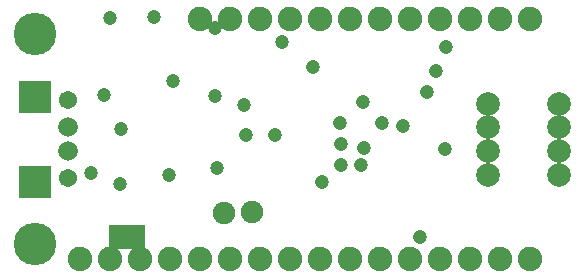
<source format=gbr>
G04 #@! TF.FileFunction,Soldermask,Bot*
%FSLAX46Y46*%
G04 Gerber Fmt 4.6, Leading zero omitted, Abs format (unit mm)*
G04 Created by KiCad (PCBNEW 4.0.6) date Monday, September 17, 2018 'PMt' 12:21:56 PM*
%MOMM*%
%LPD*%
G01*
G04 APERTURE LIST*
%ADD10C,0.100000*%
%ADD11C,3.600000*%
%ADD12R,2.813000X2.813000*%
%ADD13C,1.543000*%
%ADD14C,2.076400*%
%ADD15C,1.900000*%
%ADD16R,1.568400X2.000200*%
%ADD17R,1.035000X0.603200*%
%ADD18C,1.670000*%
%ADD19C,1.200100*%
%ADD20C,1.206400*%
%ADD21C,2.000000*%
G04 APERTURE END LIST*
D10*
G36*
X134721600Y-112560100D02*
X132181600Y-112560100D01*
X132181600Y-114084100D01*
X134721600Y-114084100D01*
X134721600Y-112560100D01*
G37*
D11*
X125641100Y-96113600D03*
X125641100Y-113893600D03*
D12*
X125646100Y-108603600D03*
X125646100Y-101403600D03*
D13*
X128446100Y-101703600D03*
X128446100Y-108303600D03*
D14*
X167551100Y-115163600D03*
X165011100Y-115163600D03*
X162471100Y-115163600D03*
X159931100Y-115163600D03*
X157391100Y-115163600D03*
X154851100Y-115163600D03*
X152311100Y-115163600D03*
X149771100Y-115163600D03*
X147231100Y-115163600D03*
X144691100Y-115163600D03*
X142151100Y-115163600D03*
X139611100Y-115163600D03*
X137071100Y-115163600D03*
X134531100Y-115163600D03*
X131991100Y-115163600D03*
X129451100Y-115163600D03*
X139611100Y-94843600D03*
X142151100Y-94843600D03*
X144691100Y-94843600D03*
X147231100Y-94843600D03*
X149771100Y-94843600D03*
X152311100Y-94843600D03*
X154851100Y-94843600D03*
X157391100Y-94843600D03*
X159931100Y-94843600D03*
X162471100Y-94843600D03*
X165011100Y-94843600D03*
X167551100Y-94843600D03*
D15*
X141643100Y-111226600D03*
X143992600Y-111163100D03*
D16*
X134213600Y-113322100D03*
X132689600Y-113322100D03*
D17*
X133451600Y-113322100D03*
D18*
X128435100Y-106019600D03*
X128435100Y-103987600D03*
D19*
X132816600Y-108813600D03*
X136944100Y-108051600D03*
X141008100Y-107480100D03*
X137325100Y-100114100D03*
X131483100Y-101257100D03*
X130340100Y-107861100D03*
X140881100Y-95605600D03*
X131991100Y-94716600D03*
X135737600Y-94653100D03*
X146532600Y-96748600D03*
X143294100Y-102082600D03*
X132943600Y-104178100D03*
X140881100Y-101320600D03*
D20*
X145961100Y-104686100D03*
X143484600Y-104622600D03*
X153263600Y-107226100D03*
X151485600Y-103606600D03*
X151549100Y-105448100D03*
X151549100Y-107226100D03*
X153454100Y-105765600D03*
X155041600Y-103606600D03*
X149199600Y-98907600D03*
X153390600Y-101892100D03*
X156756100Y-103924100D03*
X149961600Y-108623100D03*
X160439100Y-97193100D03*
X158216600Y-113258600D03*
X158788100Y-101003100D03*
X160375600Y-105829100D03*
X159550100Y-99225100D03*
D21*
X164000000Y-108000000D03*
X164000000Y-106000000D03*
X164000000Y-104000000D03*
X164000000Y-102000000D03*
X170000000Y-108000000D03*
X170000000Y-106000000D03*
X170000000Y-104000000D03*
X170000000Y-102000000D03*
M02*

</source>
